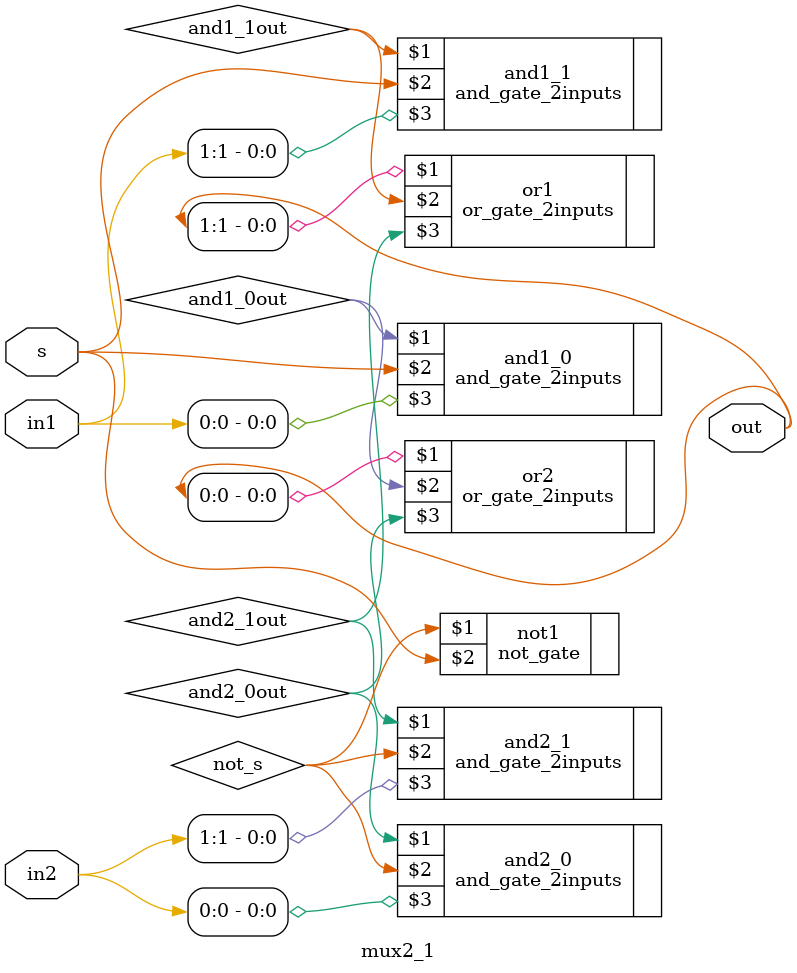
<source format=v>
module mux2_1(in1,in2,s,out);
input [1:0] in1,in2;
input s;
output [1:0] out;

wire not_s,and1_1out,and1_0out,and2_1out,and2_0out;

not_gate not1(not_s,s);

and_gate_2inputs and1_1(and1_1out,s,in1[1]);
and_gate_2inputs and1_0(and1_0out,s,in1[0]);
and_gate_2inputs and2_1(and2_1out,not_s,in2[1]);
and_gate_2inputs and2_0(and2_0out,not_s,in2[0]);

or_gate_2inputs or1(out[1],and1_1out,and2_1out);
or_gate_2inputs or2(out[0],and1_0out,and2_0out);
endmodule
//49
</source>
